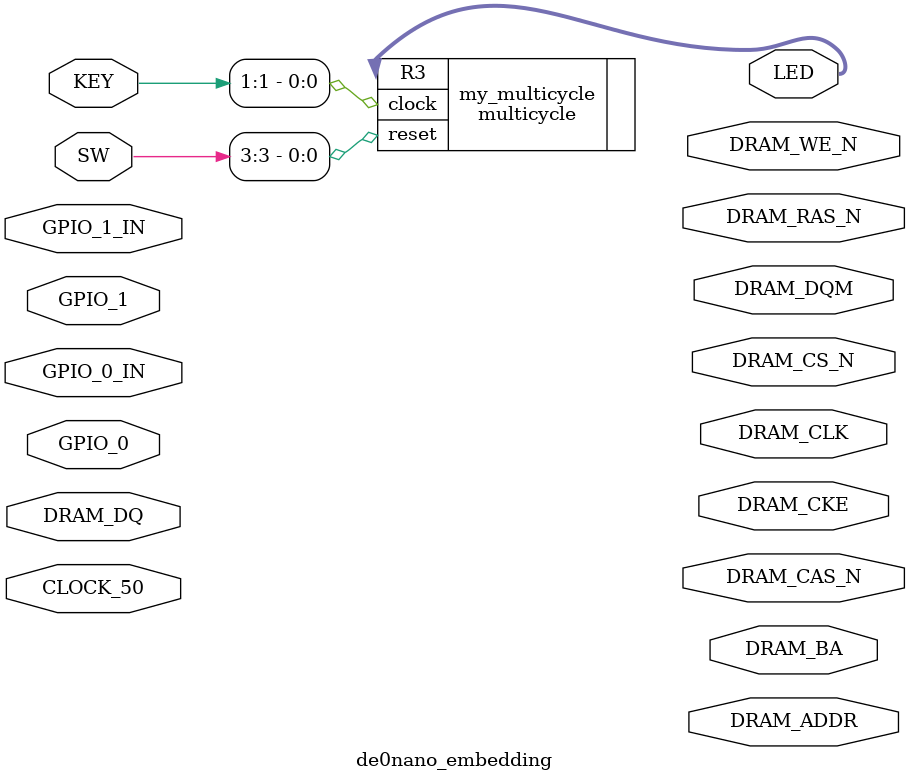
<source format=v>


module de0nano_embedding(

	//////////// CLOCK //////////
	CLOCK_50,

	//////////// LED //////////
	LED,

	//////////// KEY //////////
	KEY,

	//////////// SW //////////
	SW,

	//////////// SDRAM //////////
	DRAM_ADDR,
	DRAM_BA,
	DRAM_CAS_N,
	DRAM_CKE,
	DRAM_CLK,
	DRAM_CS_N,
	DRAM_DQ,
	DRAM_DQM,
	DRAM_RAS_N,
	DRAM_WE_N,

	//////////// GPIO_0, GPIO_0 connect to GPIO Default //////////
	GPIO_0,
	GPIO_0_IN,

	//////////// GPIO_1, GPIO_1 connect to GPIO Default //////////
	GPIO_1,
	GPIO_1_IN 
);

//=======================================================
//  PARAMETER declarations
//=======================================================


//=======================================================
//  PORT declarations
//=======================================================

//////////// CLOCK //////////
input 		          		CLOCK_50;

//////////// LED //////////
output		     [7:0]		LED;

//////////// KEY //////////
input 		     [1:0]		KEY;

//////////// SW //////////
input 		     [3:0]		SW;

//////////// SDRAM //////////
output		    [12:0]		DRAM_ADDR;
output		     [1:0]		DRAM_BA;
output		          		DRAM_CAS_N;
output		          		DRAM_CKE;
output		          		DRAM_CLK;
output		          		DRAM_CS_N;
inout 		    [15:0]		DRAM_DQ;
output		     [1:0]		DRAM_DQM;
output		          		DRAM_RAS_N;
output		          		DRAM_WE_N;

//////////// GPIO_0, GPIO_0 connect to GPIO Default //////////
inout 		    [33:0]		GPIO_0;
input 		     [1:0]		GPIO_0_IN;

//////////// GPIO_1, GPIO_1 connect to GPIO Default //////////
inout 		    [33:0]		GPIO_1;
input 		     [1:0]		GPIO_1_IN;


//=======================================================
//  REG/WIRE declarations
//=======================================================

//=======================================================
//  Structural coding
//=======================================================
multicycle my_multicycle(.reset(SW[3]), .clock(KEY[1]), .R3(LED[7:0]));


endmodule

</source>
